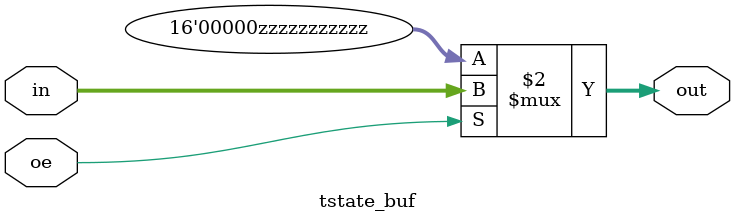
<source format=v>
`timescale 1ns / 1ps

//Basic parameterized tristate buffer
//Active high output enable
module tstate_buf #(parameter WIDTH=16)(
    input [WIDTH-1:0]in,
    input oe,
    output [WIDTH-1:0]out
    );
    
    assign out = oe ? in : 11'bz;
    
endmodule

</source>
